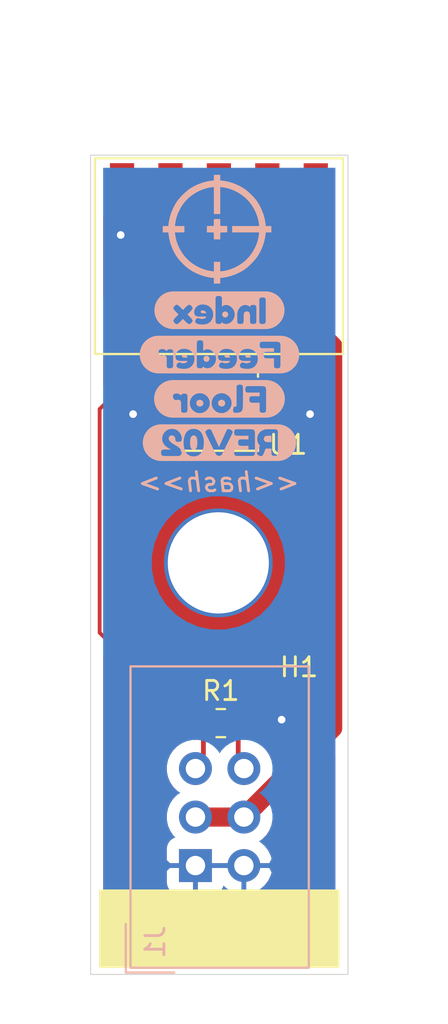
<source format=kicad_pcb>
(kicad_pcb (version 20221018) (generator pcbnew)
  (layers (0 "F.Cu" signal) (31 "B.Cu" signal) (34 "B.Paste" user) (35 "F.Paste" user) (36 "B.SilkS" user "B.Silkscreen") (37 "F.SilkS" user "F.Silkscreen") (38 "B.Mask" user) (39 "F.Mask" user) (44 "Edge.Cuts" user))
  (net 0 "")
  (net 1 "GND")
  (net 2 "1WIRE")
  (net 3 "Net-(U1-Pad3)")
  (net 4 "Net-(U1-Pad4)")
  (net 5 "Net-(U1-Pad5)")
  (net 6 "Net-(U1-Pad6)")
  (net 7 "VIN")
  (net 8 "RS-485+")
  (net 9 "RS-485-")
  (footprint "index:70AA-5" (layer "F.Cu") (at 186.65 29.1)
    (fp_text reference "J2" hide)
    (fp_text value "Conn_01x10_Female")
    (fp_line (start -1.4191 -8.9365) (end -1.4191 1.3135) (stroke (width 0.12)) (layer "F.SilkS"))
    (fp_line (start -1.4191 1.3135) (end 11.5809 1.3135) (stroke (width 0.12)) (layer "F.SilkS"))
    (fp_line (start 11.5809 -8.9365) (end -1.4191 -8.9365) (stroke (width 0.12)) (layer "F.SilkS"))
    (fp_line (start 11.5809 1.3135) (end 11.5809 -8.9365) (stroke (width 0.12)) (layer "F.SilkS"))
    (pad "1" smd rect (at 0 0) (size 1.27 2.25) (layers "F.Cu" "F.Paste" "F.Mask") (net 1 "GND"))
    (pad "2" smd rect (at 2.54 0) (size 1.27 2.25) (layers "F.Cu" "F.Paste" "F.Mask") (net 2 "1WIRE"))
    (pad "3" smd rect (at 5.08 0) (size 1.27 2.25) (layers "F.Cu" "F.Paste" "F.Mask") (net 9 "RS-485-"))
    (pad "4" smd rect (at 7.62 0) (size 1.27 2.25) (layers "F.Cu" "F.Paste" "F.Mask") (net 8 "RS-485+"))
    (pad "5" smd rect (at 10.16 0) (size 1.27 2.25) (layers "F.Cu" "F.Paste" "F.Mask") (net 7 "VIN"))
    (pad "6" smd rect (at 10.16 -7.55) (size 1.27 2.25) (layers "F.Cu" "F.Paste" "F.Mask") (net 7 "VIN"))
    (pad "7" smd rect (at 7.62 -7.55) (size 1.27 2.25) (layers "F.Cu" "F.Paste" "F.Mask") (net 8 "RS-485+"))
    (pad "8" smd rect (at 5.08 -7.55) (size 1.27 2.25) (layers "F.Cu" "F.Paste" "F.Mask") (net 9 "RS-485-"))
    (pad "9" smd rect (at 2.54 -7.5565) (size 1.27 2.25) (layers "F.Cu" "F.Paste" "F.Mask") (net 2 "1WIRE"))
    (pad "10" smd rect (at 0 -7.5565) (size 1.27 2.25) (layers "F.Cu" "F.Paste" "F.Mask") (net 1 "GND"))
  )
  (footprint "Resistor_SMD:R_0805_2012Metric" (layer "F.Cu") (at 191.83 49.74 180)
    (fp_text reference "R1" (at 0 1.69) (layer "F.SilkS"))
    (fp_text value "120R")
    (fp_line (start -0.227064 -0.735) (end 0.227064 -0.735) (stroke (width 0.12)) (layer "F.SilkS"))
    (fp_line (start -0.227064 0.735) (end 0.227064 0.735) (stroke (width 0.12)) (layer "F.SilkS"))
    (pad "1" smd roundrect (at -0.9125 0 180) (size 1.025 1.4) (layers "F.Cu" "F.Paste" "F.Mask") (roundrect_rratio 0.243902) (net 9 "RS-485-"))
    (pad "2" smd roundrect (at 0.9125 0 180) (size 1.025 1.4) (layers "F.Cu" "F.Paste" "F.Mask") (roundrect_rratio 0.243902) (net 8 "RS-485+"))
  )
  (footprint "Package_SO_J-Lead:TSOC-6_3.76x3.94mm_P1.27mm" (layer "F.Cu") (at 191.79 33.4)
    (fp_text reference "U1" (at 3.57 1.76 180) (layer "F.SilkS"))
    (fp_text value "DS2431")
    (fp_line (start -1.99 1.795) (end -1.99 2.08) (stroke (width 0.12)) (layer "F.SilkS"))
    (fp_line (start -1.99 2.08) (end 1.99 2.08) (stroke (width 0.12)) (layer "F.SilkS"))
    (fp_line (start 0 -2.08) (end 1.99 -2.08) (stroke (width 0.12)) (layer "F.SilkS"))
    (fp_line (start 1.99 -2.08) (end 1.99 -1.795) (stroke (width 0.12)) (layer "F.SilkS"))
    (fp_line (start 1.99 1.795) (end 1.99 2.08) (stroke (width 0.12)) (layer "F.SilkS"))
    (pad "1" smd rect (at -1.525 -1.27) (size 1.33 0.53) (layers "F.Cu" "F.Paste" "F.Mask") (net 1 "GND"))
    (pad "2" smd rect (at -1.525 0) (size 1.33 0.53) (layers "F.Cu" "F.Paste" "F.Mask") (net 2 "1WIRE"))
    (pad "3" smd rect (at -1.525 1.27) (size 1.33 0.53) (layers "F.Cu" "F.Paste" "F.Mask") (net 3 "Net-(U1-Pad3)"))
    (pad "4" smd rect (at 1.525 1.27) (size 1.33 0.53) (layers "F.Cu" "F.Paste" "F.Mask") (net 4 "Net-(U1-Pad4)"))
    (pad "5" smd rect (at 1.525 0) (size 1.33 0.53) (layers "F.Cu" "F.Paste" "F.Mask") (net 5 "Net-(U1-Pad5)"))
    (pad "6" smd rect (at 1.525 -1.27) (size 1.33 0.53) (layers "F.Cu" "F.Paste" "F.Mask") (net 6 "Net-(U1-Pad6)"))
  )
  (footprint "MountingHole:MountingHole_5.3mm_M5_Pad_TopOnly" (layer "F.Cu") (at 191.7 41.35)
    (fp_text reference "H1" (at 4.23 5.46) (layer "F.SilkS"))
    (fp_text value "MountingHole")
    (pad "1" thru_hole circle (at 0 0) (size 5.7 5.7) (drill 5.3) (layers "*.Cu" "*.Mask"))
    (pad "1" connect circle (at 0 0) (size 10.6 10.6) (layers "F.Cu" "F.Mask"))
  )
  (footprint "Connector_IDC:IDC-Header_2x03_P2.54mm_Vertical" (layer "B.Cu") (at 190.5 57.2)
    (fp_text reference "J1" (at -2.11 4 90) (layer "B.SilkS") (effects (justify mirror)))
    (fp_text value "IDC")
    (fp_line (start -3.655 5.6) (end -3.655 3.06) (stroke (width 0.12)) (layer "B.SilkS"))
    (fp_line (start -3.655 5.6) (end -1.115 5.6) (stroke (width 0.12)) (layer "B.SilkS"))
    (fp_line (start -3.405 -10.43) (end -3.405 5.35) (stroke (width 0.12)) (layer "B.SilkS"))
    (fp_line (start -3.405 5.35) (end 5.945 5.35) (stroke (width 0.12)) (layer "B.SilkS"))
    (fp_line (start 5.945 -10.43) (end -3.405 -10.43) (stroke (width 0.12)) (layer "B.SilkS"))
    (fp_line (start 5.945 5.35) (end 5.945 -10.43) (stroke (width 0.12)) (layer "B.SilkS"))
    (pad "1" thru_hole rect (at 0 0) (size 1.7272 1.7272) (drill 1.016) (layers "*.Cu" "*.Mask") (net 1 "GND"))
    (pad "2" thru_hole oval (at 2.54 0) (size 1.7272 1.7272) (drill 1.016) (layers "*.Cu" "*.Mask") (net 1 "GND"))
    (pad "3" thru_hole oval (at 0 -2.54) (size 1.7272 1.7272) (drill 1.016) (layers "*.Cu" "*.Mask") (net 7 "VIN"))
    (pad "4" thru_hole oval (at 2.54 -2.54) (size 1.7272 1.7272) (drill 1.016) (layers "*.Cu" "*.Mask") (net 7 "VIN"))
    (pad "5" thru_hole oval (at 0 -5.08) (size 1.7272 1.7272) (drill 1.016) (layers "*.Cu" "*.Mask") (net 8 "RS-485+"))
    (pad "6" thru_hole oval (at 2.54 -5.08) (size 1.7272 1.7272) (drill 1.016) (layers "*.Cu" "*.Mask") (net 9 "RS-485-"))
  )
  (footprint "index:logo" (layer "B.Cu") (at 191.64 23.87 180)
    (fp_text reference "G***" hide)
    (fp_text value "LOGO" hide)
    (fp_poly (pts (xy 0.172439 0.342195) (xy 0.176389 0.162278) (xy 0.356305 0.158329) (xy 0.536222 0.154379) (xy 0.536222 -0.16849) (xy 0.356305 -0.172439) (xy 0.176389 -0.176389) (xy 0.172439 -0.356305) (xy 0.16849 -0.536222) (xy -0.154379 -0.536222) (xy -0.158329 -0.356305) (xy -0.162278 -0.176389) (xy -0.342195 -0.172439) (xy -0.522111 -0.16849) (xy -0.522111 0.154379) (xy -0.342195 0.158329) (xy -0.162278 0.162278) (xy -0.158329 0.342195) (xy -0.154379 0.522111) (xy 0.16849 0.522111) (xy 0.172439 0.342195)) (stroke (width 0.01)) (fill solid) (layer "B.SilkS"))
    (fp_poly (pts (xy 0.169333 2.543898) (xy 0.263869 2.534212) (xy 0.52296 2.493539) (xy 0.77827 2.424972) (xy 1.029979 2.32846) (xy 1.150055 2.27195) (xy 1.292674 2.196349) (xy 1.419534 2.118738) (xy 1.537813 2.033871) (xy 1.654691 1.936508) (xy 1.777345 1.821403) (xy 1.806554 1.792443) (xy 1.926386 1.667492) (xy 2.027294 1.549938) (xy 2.114522 1.432602) (xy 2.193312 1.308306) (xy 2.268909 1.16987) (xy 2.286061 1.135945) (xy 2.396061 0.885908) (xy 2.478089 0.632356) (xy 2.532199 0.375109) (xy 2.548323 0.249759) (xy 2.558008 0.155222) (xy 2.850444 0.155222) (xy 2.850444 -0.169333) (xy 2.557399 -0.169333) (xy 2.547535 -0.264583) (xy 2.507659 -0.521009) (xy 2.441477 -0.771033) (xy 2.348236 -1.017208) (xy 2.286061 -1.150055) (xy 2.21046 -1.292674) (xy 2.132848 -1.419534) (xy 2.047982 -1.537813) (xy 1.950619 -1.654691) (xy 1.835514 -1.777345) (xy 1.806554 -1.806554) (xy 1.681603 -1.926386) (xy 1.564049 -2.027294) (xy 1.446713 -2.114522) (xy 1.322416 -2.193312) (xy 1.18398 -2.268909) (xy 1.150055 -2.286061) (xy 0.900019 -2.396061) (xy 0.646466 -2.478089) (xy 0.38922 -2.532199) (xy 0.263869 -2.548323) (xy 0.169333 -2.558008) (xy 0.169333 -2.850444) (xy -0.155222 -2.850444) (xy -0.155222 -2.558008) (xy -0.249759 -2.548323) (xy -0.508849 -2.507649) (xy -0.76416 -2.439083) (xy -1.015868 -2.34257) (xy -1.135945 -2.286061) (xy -1.278563 -2.21046) (xy -1.405423 -2.132848) (xy -1.523702 -2.047982) (xy -1.64058 -1.950619) (xy -1.763235 -1.835514) (xy -1.792443 -1.806554) (xy -1.912275 -1.681603) (xy -2.013183 -1.564049) (xy -2.100411 -1.446713) (xy -2.179202 -1.322416) (xy -2.254798 -1.18398) (xy -2.27195 -1.150055) (xy -2.38195 -0.900019) (xy -2.463979 -0.646466) (xy -2.518088 -0.38922) (xy -2.534212 -0.263869) (xy -2.543898 -0.169333) (xy -2.836333 -0.169333) (xy -2.836333 0.155222) (xy -2.543898 0.155222) (xy -2.205231 0.155222) (xy -0.790222 0.155222) (xy -0.790222 -0.169333) (xy -2.205231 -0.169333) (xy -2.195524 -0.264583) (xy -2.159639 -0.484313) (xy -2.097594 -0.704567) (xy -2.011111 -0.921475) (xy -1.901907 -1.131165) (xy -1.771704 -1.329766) (xy -1.659801 -1.470858) (xy -1.506596 -1.628821) (xy -1.33195 -1.773377) (xy -1.140543 -1.901804) (xy -0.937055 -2.011383) (xy -0.726165 -2.09939) (xy -0.512554 -2.163106) (xy -0.443468 -2.178102) (xy -0.370237 -2.192329) (xy -0.31788 -2.201925) (xy -0.27962 -2.20791) (xy -0.248682 -2.211303) (xy -0.218287 -2.213125) (xy -0.208139 -2.213523) (xy -0.155222 -2.215444) (xy -0.155222 -1.721555) (xy 0.169333 -1.721555) (xy 0.169333 -2.219342) (xy 0.264583 -2.209635) (xy 0.483298 -2.173883) (xy 0.70209 -2.112335) (xy 0.916909 -2.027114) (xy 1.123706 -1.920343) (xy 1.318431 -1.794146) (xy 1.497033 -1.650645) (xy 1.655463 -1.491964) (xy 1.673912 -1.470858) (xy 1.818922 -1.28327) (xy 1.944237 -1.081651) (xy 2.048139 -0.869873) (xy 2.128907 -0.651808) (xy 2.184824 -0.431326) (xy 2.209635 -0.264583) (xy 2.219342 -0.169333) (xy 1.721555 -0.169333) (xy 1.721555 0.155222) (xy 2.219342 0.155222) (xy 2.209635 0.250472) (xy 2.173749 0.470202) (xy 2.111705 0.690456) (xy 2.025222 0.907364) (xy 1.916018 1.117054) (xy 1.785814 1.315655) (xy 1.673912 1.456747) (xy 1.518331 1.617203) (xy 1.342063 1.762747) (xy 1.149159 1.891257) (xy 0.943669 2.000609) (xy 0.729643 2.088681) (xy 0.511131 2.153349) (xy 0.292182 2.192491) (xy 0.264583 2.195524) (xy 0.169333 2.205231) (xy 0.169333 0.790222) (xy -0.155222 0.790222) (xy -0.155222 2.205231) (xy -0.250472 2.195524) (xy -0.469187 2.159772) (xy -0.687979 2.098224) (xy -0.902798 2.013003) (xy -1.109595 1.906233) (xy -1.30432 1.780035) (xy -1.482922 1.636534) (xy -1.641352 1.477853) (xy -1.659801 1.456747) (xy -1.804811 1.269159) (xy -1.930126 1.06754) (xy -2.034028 0.855762) (xy -2.114796 0.637697) (xy -2.170713 0.417216) (xy -2.195524 0.250472) (xy -2.205231 0.155222) (xy -2.543898 0.155222) (xy -2.534212 0.249759) (xy -2.493539 0.508849) (xy -2.424972 0.76416) (xy -2.32846 1.015868) (xy -2.27195 1.135945) (xy -2.196349 1.278563) (xy -2.118738 1.405423) (xy -2.033871 1.523702) (xy -1.936508 1.64058) (xy -1.821403 1.763235) (xy -1.792443 1.792443) (xy -1.667492 1.912275) (xy -1.549938 2.013183) (xy -1.432602 2.100411) (xy -1.308306 2.179202) (xy -1.16987 2.254798) (xy -1.135945 2.27195) (xy -0.885908 2.38195) (xy -0.632356 2.463979) (xy -0.375109 2.518088) (xy -0.249759 2.534212) (xy -0.155222 2.543898) (xy -0.155222 2.836333) (xy 0.169333 2.836333) (xy 0.169333 2.543898)) (stroke (width 0.01)) (fill solid) (layer "B.SilkS"))
  )
  (footprint "label" (layer "B.Cu") (at 191.76 28.12 180)
    (fp_text reference "svg2mod" hide)
    (fp_text value "G***" hide)
    (fp_poly (pts (xy 0.923925 -0.158115) (xy 0.996315 -0.097155) (xy 0.962977 -0.02667) (xy 0.867727 0) (xy 0.744855 -0.050483) (xy 0.683895 -0.158115) (xy 0.923925 -0.158115)) (fill solid) (layer "B.SilkS"))
    (fp_poly (pts (xy -0.417195 -0.337185) (xy -0.29718 -0.38862) (xy -0.180023 -0.337185) (xy -0.13335 -0.223838) (xy -0.178118 -0.108585) (xy -0.299085 -0.055245) (xy -0.421005 -0.107633) (xy -0.466725 -0.222885) (xy -0.417195 -0.337185)) (fill solid) (layer "B.SilkS"))
    (fp_poly (pts (xy -2.425065 0.98679) (xy -2.425065 0.504825) (xy -2.422208 0.570548) (xy -2.40411 0.62103) (xy -2.353628 0.659606) (xy -2.25552 0.672465) (xy -2.149316 0.654844) (xy -2.097405 0.60198) (xy -0.127635 0.58293) (xy -0.124778 0.648653) (xy -0.107633 0.698183) (xy -0.05715 0.737235) (xy 0.039052 0.748665) (xy 0.135255 0.737235) (xy 0.185737 0.69723) (xy 0.202882 0.646748) (xy 0.20574 0.581025) (xy 0.484822 0.157163) (xy 0.5969 0.237067) (xy 0.726122 0.285009) (xy 0.87249 0.30099) (xy 0.996077 0.289322) (xy 1.102042 0.254317) (xy 1.190387 0.195977) (xy 1.26111 0.1143) (xy 1.309687 0.010716) (xy 1.32588 -0.101918) (xy 1.311354 -0.203835) (xy 1.267777 -0.275273) (xy 1.13919 -0.33147) (xy 0.687705 -0.33147) (xy 0.75057 -0.421005) (xy 0.8763 -0.4572) (xy 0.974884 -0.451485) (xy 1.049655 -0.43434) (xy 1.07061 -0.42672) (xy 1.14681 -0.405765) (xy 1.251585 -0.49149) (xy 1.27635 -0.57912) (xy 1.25099 -0.653296) (xy 1.174909 -0.706279) (xy 1.048107 -0.738068) (xy 0.870585 -0.748665) (xy 0.737473 -0.736521) (xy 0.620077 -0.700088) (xy 0.522684 -0.643652) (xy 0.44958 -0.5715) (xy 0.382905 -0.464608) (xy 0.3429 -0.349673) (xy 0.329565 -0.226695) (xy 0.346816 -0.077364) (xy 0.398568 0.050588) (xy 0.484822 0.157163) (xy 0.20574 0.581025) (xy 0.20574 -0.55626) (xy 0.202882 -0.621983) (xy 0.184785 -0.67056) (xy 0.130254 -0.709136) (xy 0.023812 -0.721995) (xy -0.079296 -0.698659) (xy -0.123825 -0.62865) (xy -0.219551 -0.69723) (xy -0.34671 -0.72009) (xy -0.457623 -0.703474) (xy -0.561763 -0.653627) (xy -0.65913 -0.570548) (xy -0.737447 -0.465349) (xy -0.784437 -0.349144) (xy -0.8001 -0.221933) (xy -0.784331 -0.094615) (xy -0.737023 0.021908) (xy -0.658178 0.127635) (xy -0.560493 0.211243) (xy -0.456671 0.261408) (xy -0.34671 0.27813) (xy -0.221456 0.254317) (xy -0.127635 0.18288) (xy -0.127635 0.58293) (xy -2.097405 0.60198) (xy -2.08788 0.50292) (xy -1.377315 0.280035) (xy -1.257406 0.263843) (xy -1.151678 0.215265) (xy -1.060133 0.134303) (xy -0.989753 0.030057) (xy -0.947526 -0.088371) (xy -0.93345 -0.22098) (xy -0.93345 -0.55626) (xy -0.936308 -0.621983) (xy -0.9525 -0.67056) (xy -1.002983 -0.709136) (xy -1.10109 -0.721995) (xy -1.20777 -0.704374) (xy -1.2573 -0.65151) (xy -1.26873 -0.554355) (xy -1.26873 -0.219075) (xy -1.313498 -0.097155) (xy -1.433513 -0.05334) (xy -1.555433 -0.09906) (xy -1.602105 -0.219075) (xy -1.602105 -0.55626) (xy -1.604963 -0.621983) (xy -1.62306 -0.67056) (xy -1.672114 -0.709136) (xy -1.769745 -0.721995) (xy -1.866424 -0.709136) (xy -1.91643 -0.67056) (xy -1.932623 -0.620078) (xy -1.93548 -0.554355) (xy -1.93548 0.120015) (xy -1.932623 0.183833) (xy -1.914525 0.23241) (xy -1.864519 0.268129) (xy -1.76784 0.280035) (xy -1.674019 0.269081) (xy -1.624965 0.23622) (xy -1.605915 0.158115) (xy -1.571625 0.196215) (xy -1.52019 0.23622) (xy -1.377315 0.280035) (xy -2.08788 0.50292) (xy -2.08788 -0.55626) (xy -2.090738 -0.622935) (xy -2.108835 -0.672465) (xy -2.159318 -0.711041) (xy -2.257425 -0.7239) (xy -2.363153 -0.705803) (xy -2.413635 -0.65151) (xy -2.425065 -0.554355) (xy -2.425065 0.504825) (xy -2.425065 0.98679) (xy -2.425224 0.98679) (xy -2.521946 0.982038) (xy -2.617737 0.967829) (xy -2.711674 0.944299) (xy -2.802852 0.911675) (xy -2.890393 0.870271) (xy -2.973455 0.820486) (xy -3.051237 0.762799) (xy -3.12299 0.697766) (xy -3.188023 0.626013) (xy -3.24571 0.548231) (xy -3.295495 0.46517) (xy -3.336899 0.377628) (xy -3.369523 0.28645) (xy -3.393053 0.192513) (xy -3.407262 0.096722) (xy -3.412014 0) (xy -3.407262 -0.096722) (xy -3.393053 -0.192513) (xy -3.369523 -0.28645) (xy -3.336899 -0.377628) (xy -3.295495 -0.46517) (xy -3.24571 -0.548231) (xy -3.188023 -0.626013) (xy -3.12299 -0.697766) (xy -3.051237 -0.762799) (xy -2.973455 -0.820486) (xy -2.890393 -0.870271) (xy -2.802852 -0.911675) (xy -2.711674 -0.944299) (xy -2.617737 -0.967829) (xy -2.521946 -0.982038) (xy -2.425224 -0.98679) (xy -2.425065 -0.98679) (xy 2.425065 -0.98679) (xy 2.356485 -0.667703) (xy 2.24028 -0.73533) (xy 2.124075 -0.66675) (xy 1.914525 -0.455295) (xy 1.70307 -0.66675) (xy 1.587817 -0.73533) (xy 1.471612 -0.667703) (xy 1.40208 -0.551498) (xy 1.47066 -0.43434) (xy 1.682115 -0.22098) (xy 1.47066 -0.00762) (xy 1.40208 0.109538) (xy 1.471612 0.226695) (xy 1.587817 0.295275) (xy 1.70307 0.226695) (xy 1.914525 0.013335) (xy 2.124075 0.226695) (xy 2.24028 0.295275) (xy 2.356485 0.226695) (xy 2.425065 0.109538) (xy 2.356485 -0.00762) (xy 2.14503 -0.22098) (xy 2.356485 -0.43434) (xy 2.425065 -0.551498) (xy 2.356485 -0.667703) (xy 2.425065 -0.98679) (xy 2.425224 -0.98679) (xy 2.521946 -0.982038) (xy 2.617737 -0.967829) (xy 2.711674 -0.944299) (xy 2.802852 -0.911675) (xy 2.890393 -0.870271) (xy 2.973455 -0.820486) (xy 3.051237 -0.762799) (xy 3.12299 -0.697766) (xy 3.188023 -0.626013) (xy 3.24571 -0.548231) (xy 3.295495 -0.46517) (xy 3.336899 -0.377628) (xy 3.369523 -0.28645) (xy 3.393053 -0.192513) (xy 3.407262 -0.096722) (xy 3.412014 0) (xy 3.407262 0.096722) (xy 3.393053 0.192513) (xy 3.369523 0.28645) (xy 3.336899 0.377628) (xy 3.295495 0.46517) (xy 3.24571 0.548231) (xy 3.188023 0.626013) (xy 3.12299 0.697766) (xy 3.051237 0.762799) (xy 2.973455 0.820486) (xy 2.890393 0.870271) (xy 2.802852 0.911675) (xy 2.711674 0.944299) (xy 2.617737 0.967829) (xy 2.521946 0.982038) (xy 2.425224 0.98679) (xy 2.425065 0.98679) (xy -2.425065 0.98679)) (fill solid) (layer "B.SilkS"))
  )
  (footprint "label" (layer "B.Cu") (at 191.76 30.44161 180)
    (fp_text reference "svg2mod" hide)
    (fp_text value "G***" hide)
    (fp_poly (pts (xy -1.41732 -0.158115) (xy -1.34493 -0.097155) (xy -1.378268 -0.02667) (xy -1.473518 0) (xy -1.59639 -0.050483) (xy -1.65735 -0.158115) (xy -1.41732 -0.158115)) (fill solid) (layer "B.SilkS"))
    (fp_poly (pts (xy -0.325755 -0.158115) (xy -0.253365 -0.097155) (xy -0.286703 -0.02667) (xy -0.381953 0) (xy -0.504825 -0.050483) (xy -0.565785 -0.158115) (xy -0.325755 -0.158115)) (fill solid) (layer "B.SilkS"))
    (fp_poly (pts (xy 1.905 -0.158115) (xy 1.97739 -0.097155) (xy 1.944052 -0.02667) (xy 1.848802 0) (xy 1.72593 -0.050483) (xy 1.66497 -0.158115) (xy 1.905 -0.158115)) (fill solid) (layer "B.SilkS"))
    (fp_poly (pts (xy 0.56388 -0.337185) (xy 0.683895 -0.38862) (xy 0.801052 -0.337185) (xy 0.847725 -0.223838) (xy 0.802957 -0.108585) (xy 0.68199 -0.055245) (xy 0.56007 -0.107633) (xy 0.51435 -0.222885) (xy 0.56388 -0.337185)) (fill solid) (layer "B.SilkS"))
    (fp_poly (pts (xy -3.19659 0.98679) (xy -2.272665 0.672465) (xy -2.206943 0.669608) (xy 0.85344 0.58293) (xy 0.856297 0.648653) (xy 0.873442 0.698183) (xy 0.923925 0.737235) (xy 1.020127 0.748665) (xy 1.11633 0.737235) (xy 1.166812 0.69723) (xy 1.183957 0.646748) (xy 1.186815 0.581025) (xy 1.465897 0.157163) (xy 1.577975 0.237067) (xy 1.707197 0.285009) (xy 1.853565 0.30099) (xy 1.977152 0.289322) (xy 2.083117 0.254317) (xy 2.171462 0.195977) (xy 2.242185 0.1143) (xy 2.290762 0.010716) (xy 2.306955 -0.101918) (xy 2.292429 -0.203835) (xy 2.248852 -0.275273) (xy 2.120265 -0.33147) (xy 1.66878 -0.33147) (xy 1.731645 -0.421005) (xy 1.857375 -0.4572) (xy 1.955959 -0.451485) (xy 2.03073 -0.43434) (xy 2.051685 -0.42672) (xy 2.127885 -0.405765) (xy 2.23266 -0.49149) (xy 2.257425 -0.57912) (xy 2.232065 -0.653296) (xy 2.155984 -0.706279) (xy 2.029182 -0.738068) (xy 1.85166 -0.748665) (xy 1.718548 -0.736521) (xy 1.601152 -0.700088) (xy 1.503759 -0.643652) (xy 1.430655 -0.5715) (xy 1.36398 -0.464608) (xy 1.323975 -0.349673) (xy 1.31064 -0.226695) (xy 1.327891 -0.077364) (xy 1.379643 0.050588) (xy 1.465897 0.157163) (xy 1.186815 0.581025) (xy 1.186815 -0.55626) (xy 1.183957 -0.621983) (xy 1.16586 -0.67056) (xy 1.111329 -0.709136) (xy 1.004887 -0.721995) (xy 0.901779 -0.698659) (xy 0.85725 -0.62865) (xy 0.761524 -0.69723) (xy 0.634365 -0.72009) (xy 0.523452 -0.703474) (xy 0.419312 -0.653627) (xy 0.321945 -0.570548) (xy 0.243628 -0.465349) (xy 0.196638 -0.349144) (xy 0.180975 -0.221933) (xy 0.196744 -0.094615) (xy 0.244052 0.021908) (xy 0.322897 0.127635) (xy 0.420582 0.211243) (xy 0.524404 0.261408) (xy 0.634365 0.27813) (xy 0.759619 0.254317) (xy 0.85344 0.18288) (xy 0.85344 0.58293) (xy -2.206943 0.669608) (xy -2.157413 0.65151) (xy -2.11836 0.600075) (xy -2.10693 0.50292) (xy -2.11836 0.405765) (xy -2.158365 0.355283) (xy -2.208848 0.338138) (xy -1.942677 0.050588) (xy -1.856423 0.157163) (xy -1.744345 0.237067) (xy -1.615123 0.285009) (xy -1.468755 0.30099) (xy -1.345168 0.289322) (xy -1.239203 0.254317) (xy -1.150858 0.195977) (xy -1.080135 0.1143) (xy -0.902864 -0.077364) (xy -0.851112 0.050588) (xy -0.764858 0.157163) (xy -0.65278 0.237067) (xy -0.523558 0.285009) (xy -0.37719 0.30099) (xy -0.253603 0.289322) (xy -0.147638 0.254317) (xy -0.059293 0.195977) (xy 0.01143 0.1143) (xy 0.060007 0.010716) (xy 0.0762 -0.101918) (xy 0.061674 -0.203835) (xy 0.018097 -0.275273) (xy -0.11049 -0.33147) (xy -0.561975 -0.33147) (xy -0.49911 -0.421005) (xy -0.37338 -0.4572) (xy -0.274796 -0.451485) (xy -0.200025 -0.43434) (xy -0.17907 -0.42672) (xy -0.10287 -0.405765) (xy 0.001905 -0.49149) (xy 0.02667 -0.57912) (xy 0.00131 -0.653296) (xy -0.074771 -0.706279) (xy -0.201573 -0.738068) (xy -0.379095 -0.748665) (xy -0.512207 -0.736521) (xy -0.629603 -0.700088) (xy -0.726996 -0.643652) (xy -0.8001 -0.5715) (xy -0.866775 -0.464608) (xy -0.90678 -0.349673) (xy -0.920115 -0.226695) (xy -0.902864 -0.077364) (xy -1.080135 0.1143) (xy -1.031558 0.010716) (xy -1.015365 -0.101918) (xy -1.029891 -0.203835) (xy -1.073468 -0.275273) (xy -1.202055 -0.33147) (xy -1.65354 -0.33147) (xy -1.590675 -0.421005) (xy -1.464945 -0.4572) (xy -1.366361 -0.451485) (xy -1.29159 -0.43434) (xy -1.270635 -0.42672) (xy -1.194435 -0.405765) (xy -1.08966 -0.49149) (xy -1.064895 -0.57912) (xy -1.090255 -0.653296) (xy -1.166336 -0.706279) (xy -1.293138 -0.738068) (xy -1.47066 -0.748665) (xy -1.603772 -0.736521) (xy -1.721168 -0.700088) (xy -1.818561 -0.643652) (xy -1.891665 -0.5715) (xy -1.95834 -0.464608) (xy -1.998345 -0.349673) (xy -2.01168 -0.226695) (xy -1.994429 -0.077364) (xy -1.942677 0.050588) (xy -2.208848 0.338138) (xy -2.276475 0.33528) (xy -2.859405 0.33528) (xy -2.859405 0.142875) (xy -2.48412 0.142875) (xy -2.416493 0.140018) (xy -2.36601 0.12192) (xy -2.328863 0.070009) (xy -2.31648 -0.028575) (xy -2.334578 -0.134779) (xy -2.38887 -0.18669) (xy -2.486025 -0.196215) (xy -2.859405 -0.196215) (xy -2.859405 -0.55626) (xy -2.862263 -0.622935) (xy -2.88036 -0.672465) (xy -2.930843 -0.711041) (xy -3.02895 -0.7239) (xy -3.134678 -0.705803) (xy -3.18516 -0.65151) (xy -3.19659 -0.554355) (xy -3.19659 0.504825) (xy -3.160395 0.637223) (xy -3.023235 0.672465) (xy -2.272665 0.672465) (xy -3.19659 0.98679) (xy -3.196749 0.98679) (xy -3.293471 0.982038) (xy -3.389262 0.967829) (xy -3.483199 0.944299) (xy -3.574377 0.911675) (xy -3.661918 0.870271) (xy -3.74498 0.820486) (xy -3.822762 0.762799) (xy -3.894515 0.697766) (xy -3.959548 0.626013) (xy -4.017235 0.548231) (xy -4.06702 0.46517) (xy -4.108424 0.377628) (xy -4.141048 0.28645) (xy -4.164578 0.192513) (xy -4.178787 0.096722) (xy -4.183539 0) (xy -4.178787 -0.096722) (xy -4.164578 -0.192513) (xy -4.141048 -0.28645) (xy -4.108424 -0.377628) (xy -4.06702 -0.46517) (xy -4.017235 -0.548231) (xy -3.959548 -0.626013) (xy -3.894515 -0.697766) (xy -3.822762 -0.762799) (xy -3.74498 -0.820486) (xy -3.661918 -0.870271) (xy -3.574377 -0.911675) (xy -3.483199 -0.944299) (xy -3.389262 -0.967829) (xy -3.293471 -0.982038) (xy -3.196749 -0.98679) (xy -3.19659 -0.98679) (xy 3.19659 -0.98679) (xy 3.05562 -0.06477) (xy 2.989897 -0.04953) (xy 2.90703 -0.03429) (xy 2.810827 -0.070485) (xy 2.76606 -0.158115) (xy 2.76606 -0.558165) (xy 2.763202 -0.623888) (xy 2.745105 -0.67437) (xy 2.69367 -0.711518) (xy 2.596515 -0.7239) (xy 2.46507 -0.691515) (xy 2.43078 -0.6096) (xy 2.43078 -0.554355) (xy 2.43078 0.1143) (xy 2.433637 0.180023) (xy 2.44983 0.2286) (xy 2.500312 0.267176) (xy 2.59842 0.280035) (xy 2.691289 0.269081) (xy 2.741295 0.23622) (xy 2.76225 0.173355) (xy 2.789872 0.20574) (xy 2.867025 0.257175) (xy 2.970847 0.28956) (xy 3.046095 0.284798) (xy 3.11277 0.268605) (xy 3.172777 0.229553) (xy 3.19659 0.14097) (xy 3.160395 0.00762) (xy 3.05562 -0.06477) (xy 3.19659 -0.98679) (xy 3.196749 -0.98679) (xy 3.293471 -0.982038) (xy 3.389262 -0.967829) (xy 3.483199 -0.944299) (xy 3.574377 -0.911675) (xy 3.661918 -0.870271) (xy 3.74498 -0.820486) (xy 3.822762 -0.762799) (xy 3.894515 -0.697766) (xy 3.959548 -0.626013) (xy 4.017235 -0.548231) (xy 4.06702 -0.46517) (xy 4.108424 -0.377628) (xy 4.141048 -0.28645) (xy 4.164578 -0.192513) (xy 4.178787 -0.096722) (xy 4.183539 0) (xy 4.178787 0.096722) (xy 4.164578 0.192513) (xy 4.141048 0.28645) (xy 4.108424 0.377628) (xy 4.06702 0.46517) (xy 4.017235 0.548231) (xy 3.959548 0.626013) (xy 3.894515 0.697766) (xy 3.822762 0.762799) (xy 3.74498 0.820486) (xy 3.661918 0.870271) (xy 3.574377 0.911675) (xy 3.483199 0.944299) (xy 3.389262 0.967829) (xy 3.293471 0.982038) (xy 3.196749 0.98679) (xy 3.19659 0.98679) (xy -3.19659 0.98679)) (fill solid) (layer "B.SilkS"))
  )
  (footprint "label" (layer "B.Cu") (at 191.76 32.761315 180)
    (fp_text reference "svg2mod" hide)
    (fp_text value "G***" hide)
    (fp_poly (pts (xy -0.238125 -0.364808) (xy -0.1143 -0.41148) (xy 0.01143 -0.363855) (xy 0.058579 -0.3048) (xy 0.074295 -0.222885) (xy 0.059531 -0.141446) (xy 0.01524 -0.08382) (xy -0.112395 -0.0381) (xy -0.24003 -0.085725) (xy -0.284321 -0.144542) (xy -0.299085 -0.225743) (xy -0.283845 -0.306705) (xy -0.238125 -0.364808)) (fill solid) (layer "B.SilkS"))
    (fp_poly (pts (xy 0.904875 -0.364808) (xy 1.0287 -0.41148) (xy 1.15443 -0.363855) (xy 1.201579 -0.3048) (xy 1.217295 -0.222885) (xy 1.202531 -0.141446) (xy 1.15824 -0.08382) (xy 1.030605 -0.0381) (xy 0.90297 -0.085725) (xy 0.858679 -0.144542) (xy 0.843915 -0.225743) (xy 0.859155 -0.306705) (xy 0.904875 -0.364808)) (fill solid) (layer "B.SilkS"))
    (fp_poly (pts (xy -2.444115 0.984885) (xy -1.52019 0.66675) (xy -1.454468 0.663893) (xy -1.404938 0.645795) (xy -1.23063 0.57912) (xy -1.227773 0.644843) (xy -1.21158 0.695325) (xy -1.161098 0.733901) (xy -1.06299 0.74676) (xy -0.968693 0.733901) (xy -0.91821 0.695325) (xy -0.900113 0.64389) (xy -0.897255 0.577215) (xy -0.36449 0.23114) (xy -0.24257 0.28067) (xy -0.11049 0.29718) (xy 0.021378 0.280776) (xy 0.142663 0.231563) (xy 0.253365 0.149543) (xy 0.341207 0.042122) (xy 0.393912 -0.083291) (xy 0.41148 -0.226695) (xy 0.50673 -0.2286) (xy 0.52451 -0.08509) (xy 0.57785 0.04064) (xy 0.66675 0.14859) (xy 0.77851 0.23114) (xy 0.90043 0.28067) (xy 1.03251 0.29718) (xy 1.164378 0.280776) (xy 1.285663 0.231563) (xy 1.396365 0.149543) (xy 1.484207 0.042122) (xy 1.536912 -0.083291) (xy 1.678305 -0.56007) (xy 1.678305 0.108585) (xy 1.681163 0.174308) (xy 1.697355 0.222885) (xy 1.747838 0.261461) (xy 1.845945 0.27432) (xy 1.938814 0.263366) (xy 1.98882 0.230505) (xy 2.009775 0.16764) (xy 2.037398 0.200025) (xy 2.11455 0.25146) (xy 2.218373 0.283845) (xy 2.29362 0.279083) (xy 2.360295 0.26289) (xy 2.420303 0.223838) (xy 2.444115 0.135255) (xy 2.40792 0.001905) (xy 2.303145 -0.070485) (xy 2.237423 -0.055245) (xy 2.154555 -0.040005) (xy 2.058352 -0.0762) (xy 2.013585 -0.16383) (xy 2.013585 -0.56388) (xy 2.010727 -0.629603) (xy 1.99263 -0.680085) (xy 1.941195 -0.717233) (xy 1.84404 -0.729615) (xy 1.712595 -0.69723) (xy 1.678305 -0.615315) (xy 1.678305 -0.56007) (xy 1.536912 -0.083291) (xy 1.55448 -0.226695) (xy 1.534001 -0.375999) (xy 1.472565 -0.507683) (xy 1.381839 -0.614363) (xy 1.273493 -0.688658) (xy 1.154192 -0.732234) (xy 1.030605 -0.74676) (xy 0.90678 -0.731282) (xy 0.786765 -0.684848) (xy 0.677942 -0.608171) (xy 0.587693 -0.501968) (xy 0.526971 -0.373142) (xy 0.50673 -0.2286) (xy 0.41148 -0.226695) (xy 0.391001 -0.375999) (xy 0.329565 -0.507683) (xy 0.238839 -0.614363) (xy 0.130493 -0.688658) (xy 0.011192 -0.732234) (xy -0.112395 -0.74676) (xy -0.23622 -0.731282) (xy -0.356235 -0.684848) (xy -0.465058 -0.608171) (xy -0.555308 -0.501968) (xy -0.616029 -0.373142) (xy -0.63627 -0.2286) (xy -0.61849 -0.08509) (xy -0.56515 0.04064) (xy -0.47625 0.14859) (xy -0.36449 0.23114) (xy -0.897255 0.577215) (xy -0.897255 -0.3048) (xy -0.885825 -0.391478) (xy -0.835343 -0.409575) (xy -0.782955 -0.412433) (xy -0.75057 -0.428625) (xy -0.71247 -0.56388) (xy -0.721995 -0.660559) (xy -0.75057 -0.710565) (xy -0.83439 -0.730568) (xy -0.98679 -0.721995) (xy -1.107758 -0.688181) (xy -1.17729 -0.62484) (xy -1.217295 -0.503872) (xy -1.23063 -0.32766) (xy -1.23063 0.57912) (xy -1.404938 0.645795) (xy -1.365885 0.59436) (xy -1.354455 0.497205) (xy -1.365885 0.40005) (xy -1.40589 0.349568) (xy -1.456373 0.332423) (xy -1.524 0.329565) (xy -2.10693 0.329565) (xy -2.10693 0.13716) (xy -1.731645 0.13716) (xy -1.664018 0.134303) (xy -1.613535 0.116205) (xy -1.576388 0.064294) (xy -1.564005 -0.03429) (xy -1.582103 -0.140494) (xy -1.636395 -0.192405) (xy -1.73355 -0.20193) (xy -2.10693 -0.20193) (xy -2.10693 -0.561975) (xy -2.109788 -0.62865) (xy -2.127885 -0.67818) (xy -2.178368 -0.716756) (xy -2.276475 -0.729615) (xy -2.382203 -0.711518) (xy -2.432685 -0.657225) (xy -2.444115 -0.56007) (xy -2.444115 0.49911) (xy -2.40792 0.631508) (xy -2.27076 0.66675) (xy -1.52019 0.66675) (xy -2.444115 0.984885) (xy -2.444274 0.984885) (xy -2.540809 0.980143) (xy -2.636415 0.965961) (xy -2.730171 0.942476) (xy -2.821173 0.909915) (xy -2.908545 0.868591) (xy -2.991447 0.818902) (xy -3.069078 0.761326) (xy -3.140693 0.696419) (xy -3.2056 0.624804) (xy -3.263176 0.547173) (xy -3.312865 0.464272) (xy -3.354189 0.376899) (xy -3.38675 0.285897) (xy -3.410234 0.192142) (xy -3.424416 0.096536) (xy -3.429159 0) (xy -3.424416 -0.096536) (xy -3.410234 -0.192142) (xy -3.38675 -0.285897) (xy -3.354189 -0.376899) (xy -3.312865 -0.464272) (xy -3.263176 -0.547173) (xy -3.2056 -0.624804) (xy -3.140693 -0.696419) (xy -3.069078 -0.761326) (xy -2.991447 -0.818902) (xy -2.908545 -0.868591) (xy -2.821173 -0.909915) (xy -2.730171 -0.942476) (xy -2.636415 -0.965961) (xy -2.540809 -0.980143) (xy -2.444274 -0.984885) (xy -2.444115 -0.984885) (xy 2.444115 -0.984885) (xy 2.444274 -0.984885) (xy 2.540809 -0.980143) (xy 2.636415 -0.965961) (xy 2.730171 -0.942476) (xy 2.821173 -0.909915) (xy 2.908545 -0.868591) (xy 2.991447 -0.818902) (xy 3.069078 -0.761326) (xy 3.140693 -0.696419) (xy 3.2056 -0.624804) (xy 3.263176 -0.547173) (xy 3.312865 -0.464272) (xy 3.354189 -0.376899) (xy 3.38675 -0.285897) (xy 3.410234 -0.192142) (xy 3.424416 -0.096536) (xy 3.429159 0) (xy 3.424416 0.096536) (xy 3.410234 0.192142) (xy 3.38675 0.285897) (xy 3.354189 0.376899) (xy 3.312865 0.464272) (xy 3.263176 0.547173) (xy 3.2056 0.624804) (xy 3.140693 0.696419) (xy 3.069078 0.761326) (xy 2.991447 0.818902) (xy 2.908545 0.868591) (xy 2.821173 0.909915) (xy 2.730171 0.942476) (xy 2.636415 0.965961) (xy 2.540809 0.980143) (xy 2.444274 0.984885) (xy 2.444115 0.984885) (xy -2.444115 0.984885)) (fill solid) (layer "B.SilkS"))
  )
  (footprint "label" (layer "B.Cu") (at 191.76 35.05435 180)
    (fp_text reference "svg2mod" hide)
    (fp_text value "G***" hide)
    (fp_poly (pts (xy -2.72415 0.02667) (xy -2.48031 0.02667) (xy -2.36982 0.06858) (xy -2.314575 0.19431) (xy -2.36982 0.320993) (xy -2.48412 0.363855) (xy -2.72415 0.363855) (xy -2.72415 0.02667)) (fill solid) (layer "B.SilkS"))
    (fp_poly (pts (xy 1.34874 -0.382905) (xy 1.434584 -0.359569) (xy 1.495901 -0.28956) (xy 1.532692 -0.172879) (xy 1.544955 -0.009525) (xy 1.544955 0.001905) (xy 1.532811 0.169426) (xy 1.496377 0.289084) (xy 1.435656 0.360878) (xy 1.350645 0.38481) (xy 1.265634 0.360819) (xy 1.204912 0.288846) (xy 1.168479 0.16889) (xy 1.156335 0.000953) (xy 1.16836 -0.166985) (xy 1.204436 -0.286941) (xy 1.264563 -0.358914) (xy 1.34874 -0.382905)) (fill solid) (layer "B.SilkS"))
    (fp_poly (pts (xy -3.061335 0.96012) (xy -2.89179 0.70104) (xy -2.48031 0.70104) (xy -2.369608 0.687493) (xy -2.261023 0.646853) (xy -2.154555 0.57912) (xy -2.085023 0.509588) (xy -2.028825 0.4191) (xy -1.991678 0.31242) (xy -1.979295 0.19431) (xy -1.99517 0.059267) (xy -1.85928 -0.52578) (xy -1.85928 0.5334) (xy -1.823085 0.665798) (xy -1.685925 0.70104) (xy -0.935355 0.70104) (xy -0.869633 0.698183) (xy -0.81915 0.680085) (xy -0.663416 0.621983) (xy -0.57912 0.680085) (xy -0.482918 0.71247) (xy -0.432435 0.70485) (xy -0.40005 0.67818) (xy -0.368618 0.627698) (xy -0.343138 0.574358) (xy -0.295275 0.469583) (xy -0.234077 0.335042) (xy -0.168593 0.192405) (xy -0.10287 0.049768) (xy -0.040958 -0.084773) (xy 0.005953 -0.186452) (xy 0.02667 -0.230505) (xy 0.40767 0.603885) (xy 0.43434 0.661035) (xy 0.51816 0.71247) (xy 0.630555 0.680085) (xy 0.714851 0.621983) (xy 0.74295 0.558165) (xy 0.714375 0.466725) (xy 0.911304 0.448389) (xy 0.96393 0.540068) (xy 1.030367 0.611029) (xy 1.119187 0.669608) (xy 1.227058 0.708898) (xy 1.350645 0.721995) (xy 1.473756 0.709136) (xy 1.580197 0.67056) (xy 1.667827 0.612934) (xy 1.734502 0.542925) (xy 1.785223 0.460058) (xy 1.82499 0.363855) (xy 1.85674 0.247227) (xy 1.87579 0.125942) (xy 1.88214 0) (xy 1.872853 -0.163473) (xy 1.844992 -0.309086) (xy 1.798558 -0.43684) (xy 1.995249 -0.428863) (xy 2.048827 -0.338138) (xy 2.127647 -0.257651) (xy 2.22123 -0.189548) (xy 2.322195 -0.128111) (xy 2.42316 -0.067628) (xy 2.516743 -0.003572) (xy 2.595562 0.06858) (xy 2.649141 0.147161) (xy 2.667 0.230505) (xy 2.653665 0.279083) (xy 2.624137 0.330518) (xy 2.573655 0.367665) (xy 2.478405 0.38481) (xy 2.372677 0.340043) (xy 2.322195 0.25146) (xy 2.314575 0.207645) (xy 2.314575 0.196215) (xy 2.311717 0.13335) (xy 2.29362 0.085725) (xy 2.242185 0.051435) (xy 2.14503 0.040005) (xy 2.038826 0.058103) (xy 1.986915 0.112395) (xy 1.97739 0.20955) (xy 1.993159 0.337079) (xy 2.040467 0.455507) (xy 2.119312 0.564833) (xy 2.223664 0.652145) (xy 2.347489 0.704533) (xy 2.490787 0.721995) (xy 2.634192 0.704321) (xy 2.758334 0.651298) (xy 2.863215 0.562928) (xy 2.94259 0.451908) (xy 2.990215 0.330941) (xy 3.00609 0.200025) (xy 2.994184 0.094298) (xy 2.958465 -0.005715) (xy 2.906077 -0.093345) (xy 2.844165 -0.161925) (xy 2.710815 -0.267176) (xy 2.592705 -0.33147) (xy 2.54508 -0.35052) (xy 2.54508 -0.360045) (xy 2.893695 -0.360045) (xy 3.005137 -0.378143) (xy 3.049905 -0.433388) (xy 3.061335 -0.530543) (xy 3.048952 -0.626745) (xy 3.007995 -0.676275) (xy 2.889885 -0.699135) (xy 2.14503 -0.699135) (xy 2.02692 -0.6477) (xy 1.97739 -0.527685) (xy 1.995249 -0.428863) (xy 1.798558 -0.43684) (xy 1.73355 -0.546735) (xy 1.667589 -0.616268) (xy 1.580197 -0.672465) (xy 1.474232 -0.709613) (xy 1.35255 -0.721995) (xy 1.230392 -0.709374) (xy 1.122997 -0.671513) (xy 1.033939 -0.615077) (xy 0.966787 -0.546735) (xy 0.915591 -0.465296) (xy 0.874395 -0.36957) (xy 0.843703 -0.255482) (xy 0.825288 -0.131657) (xy 0.81915 0.001905) (xy 0.824124 0.122767) (xy 0.839047 0.231352) (xy 0.863917 0.32766) (xy 0.911304 0.448389) (xy 0.714375 0.466725) (xy 0.188595 -0.600075) (xy 0.124777 -0.667703) (xy 0.036195 -0.69342) (xy 0.017145 -0.69342) (xy -0.073343 -0.667703) (xy -0.13716 -0.600075) (xy -0.66294 0.466725) (xy -0.691515 0.558165) (xy -0.663416 0.621983) (xy -0.81915 0.680085) (xy -0.780574 0.629603) (xy -0.767715 0.531495) (xy -0.785336 0.425768) (xy -0.8382 0.375285) (xy -0.93726 0.363855) (xy -1.522095 0.363855) (xy -1.522095 0.17145) (xy -1.144905 0.17145) (xy -1.079183 0.168593) (xy -1.0287 0.150495) (xy -0.990124 0.100013) (xy -0.977265 0.001905) (xy -0.995363 -0.103823) (xy -1.049655 -0.154305) (xy -1.148715 -0.165735) (xy -1.522095 -0.165735) (xy -1.522095 -0.35814) (xy -0.935355 -0.35814) (xy -0.869633 -0.360998) (xy -0.81915 -0.379095) (xy -0.780574 -0.429578) (xy -0.767715 -0.527685) (xy -0.785336 -0.633413) (xy -0.8382 -0.683895) (xy -0.93726 -0.695325) (xy -1.69164 -0.695325) (xy -1.797368 -0.677228) (xy -1.84785 -0.622935) (xy -1.85928 -0.52578) (xy -1.99517 0.059267) (xy -2.042795 -0.058843) (xy -2.12217 -0.16002) (xy -2.08915 -0.238125) (xy -2.04597 -0.33782) (xy -1.99263 -0.459105) (xy -1.964055 -0.558165) (xy -1.993583 -0.62484) (xy -2.082165 -0.680085) (xy -2.180273 -0.706755) (xy -2.241233 -0.688658) (xy -2.276475 -0.65151) (xy -2.301452 -0.597112) (xy -2.350982 -0.482177) (xy -2.425065 -0.306705) (xy -2.48412 -0.310515) (xy -2.72415 -0.310515) (xy -2.72415 -0.52578) (xy -2.727008 -0.591503) (xy -2.745105 -0.641985) (xy -2.795588 -0.680561) (xy -2.893695 -0.69342) (xy -2.999423 -0.675799) (xy -3.049905 -0.622935) (xy -3.061335 -0.523875) (xy -3.061335 0.5334) (xy -3.058478 0.599123) (xy -3.04038 0.649605) (xy -2.989898 0.688181) (xy -2.89179 0.70104) (xy -3.061335 0.96012) (xy -3.061494 0.96012) (xy -3.155602 0.955497) (xy -3.248804 0.941672) (xy -3.340202 0.918778) (xy -3.428916 0.887035) (xy -3.514091 0.84675) (xy -3.594908 0.798311) (xy -3.670587 0.742183) (xy -3.740401 0.678907) (xy -3.803677 0.609094) (xy -3.859804 0.533414) (xy -3.908244 0.452597) (xy -3.948529 0.367422) (xy -3.980271 0.278708) (xy -4.003165 0.18731) (xy -4.016991 0.094108) (xy -4.021614 0) (xy -4.016991 -0.094108) (xy -4.003165 -0.18731) (xy -3.980271 -0.278708) (xy -3.948529 -0.367422) (xy -3.908244 -0.452597) (xy -3.859804 -0.533414) (xy -3.803677 -0.609094) (xy -3.740401 -0.678907) (xy -3.670587 -0.742183) (xy -3.594908 -0.798311) (xy -3.514091 -0.84675) (xy -3.428916 -0.887035) (xy -3.340202 -0.918778) (xy -3.248804 -0.941672) (xy -3.155602 -0.955497) (xy -3.061494 -0.96012) (xy -3.061335 -0.96012) (xy 3.061335 -0.96012) (xy 3.061494 -0.96012) (xy 3.155602 -0.955497) (xy 3.248804 -0.941672) (xy 3.340202 -0.918778) (xy 3.428916 -0.887035) (xy 3.514091 -0.84675) (xy 3.594908 -0.798311) (xy 3.670587 -0.742183) (xy 3.740401 -0.678907) (xy 3.803677 -0.609094) (xy 3.859804 -0.533414) (xy 3.908244 -0.452597) (xy 3.948529 -0.367422) (xy 3.980271 -0.278708) (xy 4.003165 -0.18731) (xy 4.016991 -0.094108) (xy 4.021614 0) (xy 4.016991 0.094108) (xy 4.003165 0.18731) (xy 3.980271 0.278708) (xy 3.948529 0.367422) (xy 3.908244 0.452597) (xy 3.859804 0.533414) (xy 3.803677 0.609094) (xy 3.740401 0.678907) (xy 3.670587 0.742183) (xy 3.594908 0.798311) (xy 3.514091 0.84675) (xy 3.428916 0.887035) (xy 3.340202 0.918778) (xy 3.248804 0.941672) (xy 3.155602 0.955497) (xy 3.061494 0.96012) (xy 3.061335 0.96012) (xy -3.061335 0.96012)) (fill solid) (layer "B.SilkS"))
  )
  (gr_poly (pts (xy 198 62.5) (xy 185.5 62.5) (xy 185.5 58.5) (xy 198 58.5)) (stroke (width 0.1)) (fill solid) (layer "F.SilkS"))
  (gr_line (start 185 20) (end 185 62.9) (stroke (width 0.05)) (layer "Edge.Cuts"))
  (gr_line (start 198.5 20) (end 185 20) (stroke (width 0.05)) (layer "Edge.Cuts"))
  (gr_line (start 185 62.9) (end 198.5 62.9) (stroke (width 0.05)) (layer "Edge.Cuts"))
  (gr_line (start 198.5 62.9) (end 198.5 20) (stroke (width 0.05)) (layer "Edge.Cuts"))
  (gr_text "<<hash>>" (at 191.76 37.12) (layer "B.SilkS") (effects (font (size 1 1) (thickness 0.15) italic) (justify mirror)))
  (via (at 195.02 49.56) (size 0.8) (drill 0.4) (layers "F.Cu" "B.Cu") (net 1))
  (via (at 187.23 33.56) (size 0.8) (drill 0.4) (layers "F.Cu" "B.Cu") (net 1))
  (via (at 186.58 24.18) (size 0.8) (drill 0.4) (layers "F.Cu" "B.Cu") (net 1))
  (via (at 196.51 33.56) (size 0.8) (drill 0.4) (layers "F.Cu" "B.Cu") (net 1))
  (segment (start 189.19 33.24) (end 189.19 29.1) (width 0.25) (layer "F.Cu") (net 2))
  (segment (start 189.35 33.4) (end 189.19 33.24) (width 0.25) (layer "F.Cu") (net 2))
  (segment (start 190.265 33.4) (end 189.35 33.4) (width 0.25) (layer "F.Cu") (net 2))
  (segment (start 190.5 54.66) (end 193.04 54.66) (width 1) (layer "F.Cu") (net 7))
  (segment (start 197.700001 29.990001) (end 196.81 29.1) (width 1) (layer "F.Cu") (net 7))
  (segment (start 196.81 29.1) (end 196.81 21.55) (width 1) (layer "F.Cu") (net 7))
  (segment (start 193.04 54.66) (end 197.700001 49.999999) (width 1) (layer "F.Cu") (net 7))
  (segment (start 197.700001 49.999999) (end 197.700001 29.990001) (width 1) (layer "F.Cu") (net 7))
  (segment (start 190.9175 51.7025) (end 190.5 52.12) (width 0.25) (layer "F.Cu") (net 8))
  (segment (start 190.621103 48.255) (end 190.9175 48.551397) (width 0.2) (layer "F.Cu") (net 8))
  (segment (start 191.275 26.105) (end 188.4268 26.105) (width 0.2) (layer "F.Cu") (net 8))
  (segment (start 185.475 45.0032) (end 188.7268 48.255) (width 0.2) (layer "F.Cu") (net 8))
  (segment (start 188.4268 26.105) (end 187.685 26.8468) (width 0.2) (layer "F.Cu") (net 8))
  (segment (start 190.9175 48.551397) (end 190.9175 49.74) (width 0.2) (layer "F.Cu") (net 8))
  (segment (start 188.7268 48.255) (end 190.621103 48.255) (width 0.2) (layer "F.Cu") (net 8))
  (segment (start 190.9175 49.74) (end 190.9175 51.7025) (width 0.25) (layer "F.Cu") (net 8))
  (segment (start 194.27 29.1) (end 191.275 26.105) (width 0.2) (layer "F.Cu") (net 8))
  (segment (start 185.475 33.2968) (end 185.475 45.0032) (width 0.2) (layer "F.Cu") (net 8))
  (segment (start 187.685 31.0868) (end 185.475 33.2968) (width 0.2) (layer "F.Cu") (net 8))
  (segment (start 187.685 26.8468) (end 187.685 31.0868) (width 0.2) (layer "F.Cu") (net 8))
  (segment (start 186.461507 35.014709) (end 186.398098 34.992521) (width 0.2) (layer "F.Cu") (net 9))
  (segment (start 186.398098 35.577478) (end 186.461507 35.55529) (width 0.2) (layer "F.Cu") (net 9))
  (segment (start 186.158243 35.592521) (end 186.225 35.585) (width 0.2) (layer "F.Cu") (net 9))
  (segment (start 192.7425 49.74) (end 192.7425 51.8225) (width 0.25) (layer "F.Cu") (net 9))
  (segment (start 186.565891 35.472046) (end 186.601632 35.415165) (width 0.2) (layer "F.Cu") (net 9))
  (segment (start 186.631342 35.285) (end 186.62382 35.218243) (width 0.2) (layer "F.Cu") (net 9))
  (segment (start 186.158243 34.977478) (end 186.094834 34.95529) (width 0.2) (layer "F.Cu") (net 9))
  (segment (start 186.565891 36.672046) (end 186.601632 36.615165) (width 0.2) (layer "F.Cu") (net 9))
  (segment (start 185.932521 35.818243) (end 185.954709 35.754834) (width 0.2) (layer "F.Cu") (net 9))
  (segment (start 186.331342 36.185) (end 186.225 36.185) (width 0.2) (layer "F.Cu") (net 9))
  (segment (start 186.565891 36.297953) (end 186.518388 36.25045) (width 0.2) (layer "F.Cu") (net 9))
  (segment (start 191.088603 26.555) (end 191.73 27.196397) (width 0.2) (layer "F.Cu") (net 9))
  (segment (start 185.925 35.885) (end 185.932521 35.818243) (width 0.2) (layer "F.Cu") (net 9))
  (segment (start 185.925 44.8168) (end 185.925 37.085) (width 0.2) (layer "F.Cu") (net 9))
  (segment (start 186.225 35.585) (end 186.331342 35.585) (width 0.2) (layer "F.Cu") (net 9))
  (segment (start 186.461507 36.75529) (end 186.518388 36.719549) (width 0.2) (layer "F.Cu") (net 9))
  (segment (start 185.99045 35.697953) (end 186.037953 35.65045) (width 0.2) (layer "F.Cu") (net 9))
  (segment (start 185.932521 35.951756) (end 185.925 35.885) (width 0.2) (layer "F.Cu") (net 9))
  (segment (start 186.601632 36.615165) (end 186.62382 36.551756) (width 0.2) (layer "F.Cu") (net 9))
  (segment (start 185.932521 37.018243) (end 185.954709 36.954834) (width 0.2) (layer "F.Cu") (net 9))
  (segment (start 186.037953 36.119549) (end 185.99045 36.072046) (width 0.2) (layer "F.Cu") (net 9))
  (segment (start 186.037953 36.85045) (end 186.094834 36.814709) (width 0.2) (layer "F.Cu") (net 9))
  (segment (start 186.225 34.985) (end 186.158243 34.977478) (width 0.2) (layer "F.Cu") (net 9))
  (segment (start 186.331342 35.585) (end 186.398098 35.577478) (width 0.2) (layer "F.Cu") (net 9))
  (segment (start 186.631342 36.485) (end 186.62382 36.418243) (width 0.2) (layer "F.Cu") (net 9))
  (segment (start 186.62382 35.351756) (end 186.631342 35.285) (width 0.2) (layer "F.Cu") (net 9))
  (segment (start 185.954709 36.015165) (end 185.932521 35.951756) (width 0.2) (layer "F.Cu") (net 9))
  (segment (start 185.925 34.685) (end 185.925 33.4832) (width 0.2) (layer "F.Cu") (net 9))
  (segment (start 186.094834 35.614709) (end 186.158243 35.592521) (width 0.2) (layer "F.Cu") (net 9))
  (segment (start 191.73 27.196397) (end 191.73 29.1) (width 0.2) (layer "F.Cu") (net 9))
  (segment (start 190.8075 47.805) (end 188.9132 47.805) (width 0.2) (layer "F.Cu") (net 9))
  (segment (start 185.954709 34.815165) (end 185.932521 34.751756) (width 0.2) (layer "F.Cu") (net 9))
  (segment (start 186.094834 34.95529) (end 186.037953 34.919549) (width 0.2) (layer "F.Cu") (net 9))
  (segment (start 186.62382 36.418243) (end 186.601632 36.354834) (width 0.2) (layer "F.Cu") (net 9))
  (segment (start 192.7425 51.8225) (end 193.04 52.12) (width 0.25) (layer "F.Cu") (net 9))
  (segment (start 186.037953 34.919549) (end 185.99045 34.872046) (width 0.2) (layer "F.Cu") (net 9))
  (segment (start 185.99045 36.897953) (end 186.037953 36.85045) (width 0.2) (layer "F.Cu") (net 9))
  (segment (start 186.461507 36.214709) (end 186.398098 36.192521) (width 0.2) (layer "F.Cu") (net 9))
  (segment (start 186.601632 36.354834) (end 186.565891 36.297953) (width 0.2) (layer "F.Cu") (net 9))
  (segment (start 186.037953 35.65045) (end 186.094834 35.614709) (width 0.2) (layer "F.Cu") (net 9))
  (segment (start 186.158243 36.792521) (end 186.225 36.785) (width 0.2) (layer "F.Cu") (net 9))
  (segment (start 188.6132 26.555) (end 191.088603 26.555) (width 0.2) (layer "F.Cu") (net 9))
  (segment (start 186.398098 34.992521) (end 186.331342 34.985) (width 0.2) (layer "F.Cu") (net 9))
  (segment (start 186.62382 35.218243) (end 186.601632 35.154834) (width 0.2) (layer "F.Cu") (net 9))
  (segment (start 188.135 31.2732) (end 188.135 27.0332) (width 0.2) (layer "F.Cu") (net 9))
  (segment (start 186.398098 36.192521) (end 186.331342 36.185) (width 0.2) (layer "F.Cu") (net 9))
  (segment (start 186.158243 36.177478) (end 186.094834 36.15529) (width 0.2) (layer "F.Cu") (net 9))
  (segment (start 185.99045 36.072046) (end 185.954709 36.015165) (width 0.2) (layer "F.Cu") (net 9))
  (segment (start 186.398098 36.777478) (end 186.461507 36.75529) (width 0.2) (layer "F.Cu") (net 9))
  (segment (start 186.461507 35.55529) (end 186.518388 35.519549) (width 0.2) (layer "F.Cu") (net 9))
  (segment (start 185.925 33.4832) (end 188.135 31.2732) (width 0.2) (layer "F.Cu") (net 9))
  (segment (start 185.954709 36.954834) (end 185.99045 36.897953) (width 0.2) (layer "F.Cu") (net 9))
  (segment (start 186.601632 35.154834) (end 186.565891 35.097953) (width 0.2) (layer "F.Cu") (net 9))
  (segment (start 186.565891 35.097953) (end 186.518388 35.05045) (width 0.2) (layer "F.Cu") (net 9))
  (segment (start 185.954709 35.754834) (end 185.99045 35.697953) (width 0.2) (layer "F.Cu") (net 9))
  (segment (start 188.135 27.0332) (end 188.6132 26.555) (width 0.2) (layer "F.Cu") (net 9))
  (segment (start 185.932521 34.751756) (end 185.925 34.685) (width 0.2) (layer "F.Cu") (net 9))
  (segment (start 186.518388 36.719549) (end 186.565891 36.672046) (width 0.2) (layer "F.Cu") (net 9))
  (segment (start 186.518388 36.25045) (end 186.461507 36.214709) (width 0.2) (layer "F.Cu") (net 9))
  (segment (start 186.601632 35.415165) (end 186.62382 35.351756) (width 0.2) (layer "F.Cu") (net 9))
  (segment (start 186.225 36.785) (end 186.331342 36.785) (width 0.2) (layer "F.Cu") (net 9))
  (segment (start 186.518388 35.519549) (end 186.565891 35.472046) (width 0.2) (layer "F.Cu") (net 9))
  (segment (start 192.7425 49.74) (end 190.8075 47.805) (width 0.2) (layer "F.Cu") (net 9))
  (segment (start 186.094834 36.814709) (end 186.158243 36.792521) (width 0.2) (layer "F.Cu") (net 9))
  (segment (start 186.225 36.185) (end 186.158243 36.177478) (width 0.2) (layer "F.Cu") (net 9))
  (segment (start 188.9132 47.805) (end 185.925 44.8168) (width 0.2) (layer "F.Cu") (net 9))
  (segment (start 185.99045 34.872046) (end 185.954709 34.815165) (width 0.2) (layer "F.Cu") (net 9))
  (segment (start 186.331342 36.785) (end 186.398098 36.777478) (width 0.2) (layer "F.Cu") (net 9))
  (segment (start 185.925 37.085) (end 185.932521 37.018243) (width 0.2) (layer "F.Cu") (net 9))
  (segment (start 186.62382 36.551756) (end 186.631342 36.485) (width 0.2) (layer "F.Cu") (net 9))
  (segment (start 186.518388 35.05045) (end 186.461507 35.014709) (width 0.2) (layer "F.Cu") (net 9))
  (segment (start 186.331342 34.985) (end 186.225 34.985) (width 0.2) (layer "F.Cu") (net 9))
  (segment (start 186.094834 36.15529) (end 186.037953 36.119549) (width 0.2) (layer "F.Cu") (net 9))
  (zone (net 1) (net_name "GND") (layer "F.Cu") (connect_pads (clearance 0.508)) (min_thickness 0.254) (fill yes (thermal_gap 0.508) (thermal_bridge_width 0.508))
    (polygon (pts (xy 202.75 65.5) (xy 180.25 65) (xy 182.125 16.125) (xy 200.875 15.375) (xy 202.5 24.75)))
  )
  (zone (net 1) (net_name "GND") (layer "B.Cu") (connect_pads (clearance 0.508)) (min_thickness 0.254) (fill yes (thermal_gap 0.508) (thermal_bridge_width 0.508))
    (polygon (pts (xy 203.75562 64.469775) (xy 181.25562 63.969775) (xy 181.625 12.625) (xy 200.375 11.875) (xy 203.50562 23.719775)))
  )
)
</source>
